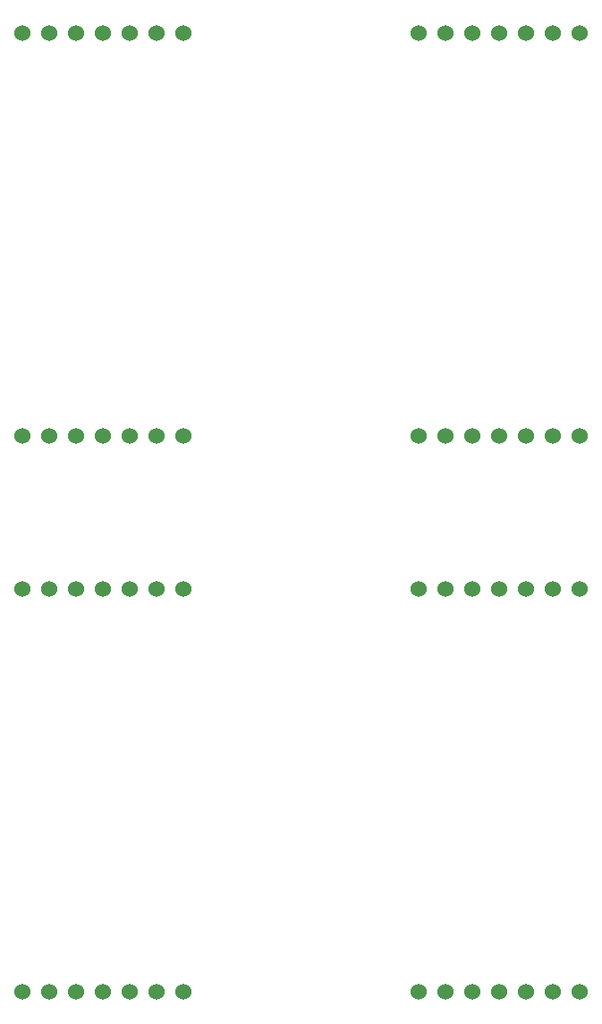
<source format=gbr>
%TF.GenerationSoftware,KiCad,Pcbnew,8.0.5*%
%TF.CreationDate,2025-02-27T20:45:01-08:00*%
%TF.ProjectId,ledaray,6c656461-7261-4792-9e6b-696361645f70,rev?*%
%TF.SameCoordinates,Original*%
%TF.FileFunction,Soldermask,Bot*%
%TF.FilePolarity,Negative*%
%FSLAX46Y46*%
G04 Gerber Fmt 4.6, Leading zero omitted, Abs format (unit mm)*
G04 Created by KiCad (PCBNEW 8.0.5) date 2025-02-27 20:45:01*
%MOMM*%
%LPD*%
G01*
G04 APERTURE LIST*
%ADD10C,1.524000*%
G04 APERTURE END LIST*
D10*
%TO.C,U2*%
X131500000Y-80500000D03*
X128960000Y-80500000D03*
X126420000Y-80500000D03*
X123880000Y-80500000D03*
X121340000Y-80500000D03*
X118800000Y-80500000D03*
X116260000Y-80500000D03*
X116260000Y-42400000D03*
X118800000Y-42400000D03*
X121340000Y-42400000D03*
X123880000Y-42400000D03*
X126420000Y-42400000D03*
X128960000Y-42400000D03*
X131500000Y-42400000D03*
%TD*%
%TO.C,U5*%
X131500000Y-133100000D03*
X128960000Y-133100000D03*
X126420000Y-133100000D03*
X123880000Y-133100000D03*
X121340000Y-133100000D03*
X118800000Y-133100000D03*
X116260000Y-133100000D03*
X116260000Y-95000000D03*
X118800000Y-95000000D03*
X121340000Y-95000000D03*
X123880000Y-95000000D03*
X126420000Y-95000000D03*
X128960000Y-95000000D03*
X131500000Y-95000000D03*
%TD*%
%TO.C,U3*%
X94000000Y-80500000D03*
X91460000Y-80500000D03*
X88920000Y-80500000D03*
X86380000Y-80500000D03*
X83840000Y-80500000D03*
X81300000Y-80500000D03*
X78760000Y-80500000D03*
X78760000Y-42400000D03*
X81300000Y-42400000D03*
X83840000Y-42400000D03*
X86380000Y-42400000D03*
X88920000Y-42400000D03*
X91460000Y-42400000D03*
X94000000Y-42400000D03*
%TD*%
%TO.C,U4*%
X94000000Y-133100000D03*
X91460000Y-133100000D03*
X88920000Y-133100000D03*
X86380000Y-133100000D03*
X83840000Y-133100000D03*
X81300000Y-133100000D03*
X78760000Y-133100000D03*
X78760000Y-95000000D03*
X81300000Y-95000000D03*
X83840000Y-95000000D03*
X86380000Y-95000000D03*
X88920000Y-95000000D03*
X91460000Y-95000000D03*
X94000000Y-95000000D03*
%TD*%
M02*

</source>
